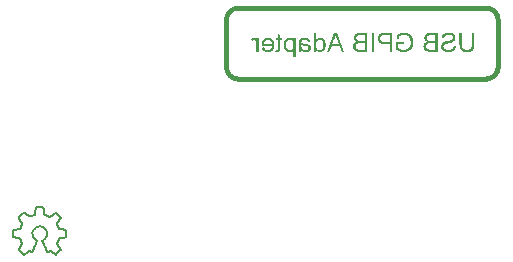
<source format=gbo>
G04*
G04 #@! TF.GenerationSoftware,Altium Limited,Altium Designer,25.8.1 (18)*
G04*
G04 Layer_Color=32896*
%FSLAX44Y44*%
%MOMM*%
G71*
G04*
G04 #@! TF.SameCoordinates,23F0502B-7B20-4CC9-97BB-DA64BA6573D7*
G04*
G04*
G04 #@! TF.FilePolarity,Positive*
G04*
G01*
G75*
%ADD10C,0.4000*%
%ADD11C,0.2000*%
G36*
X311768Y266903D02*
X312271Y266851D01*
X312722Y266782D01*
X312930Y266747D01*
X313104Y266713D01*
X313277Y266678D01*
X313433Y266643D01*
X313555Y266609D01*
X313659Y266574D01*
X313746Y266539D01*
X313815Y266522D01*
X313850Y266504D01*
X313867D01*
X314266Y266331D01*
X314613Y266140D01*
X314908Y265949D01*
X315151Y265758D01*
X315342Y265585D01*
X315481Y265446D01*
X315567Y265359D01*
X315602Y265342D01*
Y265325D01*
X315810Y265030D01*
X315984Y264700D01*
X316122Y264371D01*
X316244Y264058D01*
X316331Y263781D01*
X316365Y263659D01*
X316400Y263555D01*
X316417Y263468D01*
X316435Y263399D01*
X316452Y263364D01*
Y263347D01*
X314527Y263087D01*
X314457Y263312D01*
X314388Y263521D01*
X314249Y263867D01*
X314075Y264180D01*
X313919Y264405D01*
X313780Y264579D01*
X313659Y264718D01*
X313590Y264787D01*
X313555Y264804D01*
X313277Y264960D01*
X312948Y265082D01*
X312618Y265169D01*
X312289Y265238D01*
X311976Y265273D01*
X311855D01*
X311733Y265290D01*
X311508D01*
X310987Y265255D01*
X310536Y265186D01*
X310155Y265082D01*
X309842Y264960D01*
X309600Y264822D01*
X309513Y264770D01*
X309426Y264718D01*
X309357Y264683D01*
X309322Y264648D01*
X309287Y264613D01*
X309097Y264405D01*
X308958Y264145D01*
X308854Y263867D01*
X308784Y263590D01*
X308750Y263330D01*
X308715Y263122D01*
Y263052D01*
Y262983D01*
Y262948D01*
Y262931D01*
Y262879D01*
Y262809D01*
Y262636D01*
X308732Y262566D01*
Y262497D01*
Y262445D01*
Y262428D01*
X308958Y262358D01*
X309201Y262289D01*
X309478Y262220D01*
X309756Y262150D01*
X310328Y262029D01*
X310901Y261924D01*
X311178Y261890D01*
X311421Y261855D01*
X311647Y261821D01*
X311855Y261786D01*
X312011Y261768D01*
X312132Y261751D01*
X312202Y261734D01*
X312236D01*
X312653Y261682D01*
X313000Y261630D01*
X313312Y261578D01*
X313555Y261543D01*
X313746Y261491D01*
X313885Y261474D01*
X313954Y261439D01*
X313989D01*
X314266Y261352D01*
X314544Y261248D01*
X314787Y261144D01*
X314995Y261040D01*
X315168Y260953D01*
X315290Y260866D01*
X315376Y260814D01*
X315411Y260797D01*
X315637Y260623D01*
X315828Y260450D01*
X316001Y260259D01*
X316140Y260086D01*
X316261Y259912D01*
X316348Y259791D01*
X316400Y259704D01*
X316417Y259669D01*
X316539Y259392D01*
X316643Y259132D01*
X316712Y258871D01*
X316747Y258628D01*
X316782Y258420D01*
X316799Y258247D01*
Y258143D01*
Y258125D01*
Y258108D01*
X316782Y257848D01*
X316747Y257588D01*
X316712Y257345D01*
X316643Y257119D01*
X316469Y256703D01*
X316279Y256373D01*
X316192Y256217D01*
X316105Y256096D01*
X316018Y255974D01*
X315932Y255887D01*
X315862Y255818D01*
X315828Y255766D01*
X315793Y255731D01*
X315776Y255714D01*
X315567Y255558D01*
X315359Y255419D01*
X315116Y255280D01*
X314891Y255176D01*
X314405Y255020D01*
X313919Y254916D01*
X313711Y254864D01*
X313503Y254846D01*
X313312Y254829D01*
X313156Y254812D01*
X313034Y254794D01*
X312844D01*
X312410Y254812D01*
X312011Y254846D01*
X311647Y254916D01*
X311317Y254985D01*
X311057Y255055D01*
X310935Y255089D01*
X310849Y255124D01*
X310779Y255141D01*
X310727Y255159D01*
X310693Y255176D01*
X310675D01*
X310294Y255350D01*
X309912Y255540D01*
X309565Y255766D01*
X309235Y255991D01*
X308958Y256182D01*
X308854Y256286D01*
X308750Y256356D01*
X308663Y256425D01*
X308611Y256477D01*
X308576Y256495D01*
X308559Y256512D01*
X308524Y256200D01*
X308472Y255922D01*
X308403Y255679D01*
X308333Y255471D01*
X308281Y255298D01*
X308229Y255159D01*
X308194Y255089D01*
X308177Y255055D01*
X306130D01*
X306251Y255298D01*
X306355Y255558D01*
X306442Y255783D01*
X306512Y255991D01*
X306564Y256182D01*
X306598Y256321D01*
X306616Y256408D01*
Y256443D01*
X306633Y256599D01*
X306650Y256807D01*
X306668Y257032D01*
X306685Y257293D01*
X306702Y257570D01*
Y257865D01*
X306720Y258455D01*
Y258732D01*
X306737Y259010D01*
Y259253D01*
Y259478D01*
Y259652D01*
Y259791D01*
Y259877D01*
Y259912D01*
Y262532D01*
Y262775D01*
Y262983D01*
X306754Y263174D01*
Y263364D01*
X306772Y263677D01*
X306789Y263920D01*
X306807Y264110D01*
X306824Y264232D01*
X306841Y264319D01*
Y264336D01*
X306911Y264631D01*
X307015Y264891D01*
X307119Y265117D01*
X307223Y265307D01*
X307310Y265464D01*
X307396Y265585D01*
X307448Y265654D01*
X307466Y265672D01*
X307657Y265863D01*
X307865Y266036D01*
X308090Y266192D01*
X308316Y266314D01*
X308524Y266418D01*
X308680Y266487D01*
X308750Y266522D01*
X308802Y266539D01*
X308819Y266556D01*
X308836D01*
X309201Y266678D01*
X309600Y266765D01*
X309999Y266834D01*
X310380Y266869D01*
X310710Y266903D01*
X310866D01*
X310987Y266921D01*
X311230D01*
X311768Y266903D01*
D02*
G37*
G36*
X290933Y269523D02*
Y266661D01*
X292390D01*
Y265134D01*
X290933D01*
Y258438D01*
Y258125D01*
X290916Y257830D01*
Y257570D01*
X290898Y257327D01*
X290881Y257119D01*
X290863Y256928D01*
X290846Y256755D01*
X290812Y256616D01*
X290794Y256495D01*
X290777Y256390D01*
X290759Y256304D01*
X290742Y256234D01*
X290725Y256148D01*
X290707Y256113D01*
X290603Y255922D01*
X290482Y255749D01*
X290343Y255592D01*
X290204Y255471D01*
X290065Y255367D01*
X289961Y255298D01*
X289892Y255245D01*
X289875Y255228D01*
X289632Y255124D01*
X289372Y255037D01*
X289094Y254985D01*
X288816Y254933D01*
X288574Y254916D01*
X288383Y254898D01*
X288209D01*
X287689Y254933D01*
X287446Y254951D01*
X287220Y254985D01*
X287012Y255020D01*
X286856Y255037D01*
X286752Y255072D01*
X286717D01*
X286978Y256807D01*
X287168Y256789D01*
X287342Y256772D01*
X287498Y256755D01*
X287619D01*
X287724Y256737D01*
X288018D01*
X288157Y256755D01*
X288261Y256789D01*
X288365Y256807D01*
X288435Y256842D01*
X288487Y256859D01*
X288521Y256876D01*
X288539D01*
X288678Y256998D01*
X288782Y257119D01*
X288851Y257223D01*
X288869Y257241D01*
Y257258D01*
X288903Y257379D01*
X288920Y257535D01*
X288955Y257709D01*
Y257882D01*
X288973Y258056D01*
Y258195D01*
Y258299D01*
Y258316D01*
Y258333D01*
Y265134D01*
X286978D01*
Y266661D01*
X288973D01*
Y270703D01*
X290933Y269523D01*
D02*
G37*
G36*
X455082Y261821D02*
Y261352D01*
X455047Y260918D01*
X455029Y260502D01*
X454977Y260120D01*
X454943Y259756D01*
X454891Y259426D01*
X454839Y259132D01*
X454769Y258854D01*
X454717Y258611D01*
X454665Y258403D01*
X454613Y258212D01*
X454561Y258073D01*
X454526Y257952D01*
X454492Y257865D01*
X454474Y257813D01*
Y257796D01*
X454353Y257535D01*
X454214Y257275D01*
X453902Y256824D01*
X453572Y256443D01*
X453225Y256130D01*
X453069Y255991D01*
X452930Y255887D01*
X452792Y255783D01*
X452670Y255697D01*
X452583Y255644D01*
X452514Y255592D01*
X452462Y255575D01*
X452445Y255558D01*
X452167Y255419D01*
X451872Y255315D01*
X451265Y255124D01*
X450640Y254985D01*
X450051Y254899D01*
X449790Y254864D01*
X449530Y254829D01*
X449322Y254812D01*
X449131D01*
X448975Y254795D01*
X448750D01*
X448333Y254812D01*
X447934Y254829D01*
X447552Y254881D01*
X447188Y254933D01*
X446858Y255003D01*
X446546Y255072D01*
X446269Y255159D01*
X446026Y255245D01*
X445783Y255315D01*
X445592Y255402D01*
X445419Y255471D01*
X445280Y255540D01*
X445158Y255592D01*
X445089Y255644D01*
X445037Y255662D01*
X445020Y255679D01*
X444759Y255853D01*
X444516Y256026D01*
X444308Y256217D01*
X444100Y256408D01*
X443927Y256599D01*
X443753Y256807D01*
X443614Y256980D01*
X443493Y257171D01*
X443285Y257483D01*
X443215Y257622D01*
X443146Y257744D01*
X443094Y257848D01*
X443059Y257917D01*
X443042Y257969D01*
Y257987D01*
X442938Y258264D01*
X442851Y258559D01*
X442712Y259184D01*
X442626Y259825D01*
X442556Y260433D01*
X442539Y260728D01*
X442522Y260988D01*
X442504Y261213D01*
X442487Y261422D01*
Y261595D01*
Y261716D01*
Y261786D01*
Y261821D01*
Y271067D01*
X444603D01*
Y261821D01*
X444621Y261283D01*
X444638Y260780D01*
X444690Y260329D01*
X444759Y259912D01*
X444829Y259548D01*
X444916Y259218D01*
X445020Y258923D01*
X445106Y258663D01*
X445193Y258438D01*
X445297Y258247D01*
X445384Y258091D01*
X445453Y257969D01*
X445523Y257882D01*
X445557Y257813D01*
X445592Y257778D01*
X445610Y257761D01*
X445818Y257570D01*
X446043Y257414D01*
X446286Y257275D01*
X446546Y257154D01*
X446824Y257050D01*
X447101Y256963D01*
X447639Y256842D01*
X447899Y256789D01*
X448142Y256755D01*
X448368Y256737D01*
X448559Y256720D01*
X448715Y256703D01*
X448940D01*
X449426Y256720D01*
X449877Y256789D01*
X450276Y256876D01*
X450623Y256963D01*
X450762Y257015D01*
X450883Y257067D01*
X451005Y257102D01*
X451091Y257136D01*
X451161Y257171D01*
X451213Y257206D01*
X451248Y257223D01*
X451265D01*
X451595Y257449D01*
X451872Y257692D01*
X452098Y257934D01*
X452271Y258195D01*
X452410Y258403D01*
X452514Y258594D01*
X452549Y258663D01*
X452566Y258715D01*
X452583Y258732D01*
Y258750D01*
X452653Y258941D01*
X452705Y259166D01*
X452809Y259652D01*
X452878Y260155D01*
X452913Y260658D01*
X452930Y260884D01*
X452948Y261109D01*
Y261300D01*
X452965Y261474D01*
Y261630D01*
Y261734D01*
Y261803D01*
Y261821D01*
Y271067D01*
X455082D01*
Y261821D01*
D02*
G37*
G36*
X395872Y271327D02*
X396306Y271310D01*
X396722Y271258D01*
X397104Y271189D01*
X397486Y271119D01*
X397832Y271032D01*
X398162Y270946D01*
X398457Y270859D01*
X398717Y270755D01*
X398960Y270668D01*
X399168Y270581D01*
X399342Y270512D01*
X399481Y270443D01*
X399585Y270390D01*
X399654Y270373D01*
X399671Y270356D01*
X400001Y270165D01*
X400313Y269939D01*
X400608Y269714D01*
X400868Y269471D01*
X401129Y269211D01*
X401354Y268968D01*
X401562Y268725D01*
X401753Y268482D01*
X401909Y268239D01*
X402066Y268031D01*
X402187Y267840D01*
X402291Y267667D01*
X402360Y267528D01*
X402412Y267424D01*
X402447Y267355D01*
X402464Y267337D01*
X402638Y266956D01*
X402777Y266574D01*
X402916Y266192D01*
X403020Y265811D01*
X403193Y265082D01*
X403262Y264735D01*
X403315Y264405D01*
X403349Y264110D01*
X403384Y263833D01*
X403401Y263590D01*
X403419Y263382D01*
X403436Y263208D01*
Y263087D01*
Y263018D01*
Y262983D01*
X403419Y262549D01*
X403401Y262115D01*
X403349Y261716D01*
X403280Y261317D01*
X403210Y260953D01*
X403124Y260589D01*
X403037Y260259D01*
X402950Y259964D01*
X402864Y259687D01*
X402777Y259444D01*
X402690Y259236D01*
X402621Y259045D01*
X402551Y258906D01*
X402499Y258802D01*
X402482Y258732D01*
X402464Y258715D01*
X402274Y258368D01*
X402048Y258039D01*
X401823Y257744D01*
X401597Y257449D01*
X401354Y257188D01*
X401111Y256963D01*
X400868Y256737D01*
X400643Y256547D01*
X400417Y256373D01*
X400209Y256217D01*
X400018Y256096D01*
X399862Y255991D01*
X399741Y255905D01*
X399637Y255853D01*
X399567Y255818D01*
X399550Y255801D01*
X399186Y255627D01*
X398804Y255471D01*
X398440Y255332D01*
X398075Y255228D01*
X397694Y255124D01*
X397347Y255037D01*
X397000Y254968D01*
X396688Y254916D01*
X396393Y254881D01*
X396115Y254846D01*
X395872Y254829D01*
X395664Y254812D01*
X395490Y254795D01*
X395265D01*
X394623Y254829D01*
X393999Y254899D01*
X393426Y254985D01*
X393166Y255055D01*
X392906Y255107D01*
X392680Y255159D01*
X392489Y255228D01*
X392299Y255280D01*
X392160Y255315D01*
X392021Y255367D01*
X391934Y255384D01*
X391882Y255419D01*
X391865D01*
X391240Y255679D01*
X390650Y255974D01*
X390113Y256286D01*
X389852Y256443D01*
X389627Y256581D01*
X389419Y256720D01*
X389228Y256859D01*
X389054Y256963D01*
X388916Y257067D01*
X388794Y257154D01*
X388707Y257223D01*
X388655Y257258D01*
X388638Y257275D01*
Y263226D01*
X395421D01*
Y261335D01*
X390720D01*
Y258333D01*
X390997Y258108D01*
X391310Y257917D01*
X391639Y257726D01*
X391969Y257553D01*
X392264Y257414D01*
X392385Y257345D01*
X392489Y257293D01*
X392593Y257258D01*
X392663Y257223D01*
X392697Y257206D01*
X392715D01*
X393201Y257032D01*
X393686Y256911D01*
X394137Y256807D01*
X394536Y256755D01*
X394727Y256737D01*
X394883Y256720D01*
X395022Y256703D01*
X395144D01*
X395248Y256685D01*
X395386D01*
X395976Y256720D01*
X396531Y256789D01*
X397034Y256911D01*
X397277Y256963D01*
X397486Y257032D01*
X397676Y257102D01*
X397850Y257154D01*
X398006Y257223D01*
X398145Y257275D01*
X398249Y257310D01*
X398318Y257345D01*
X398370Y257379D01*
X398388D01*
X398648Y257518D01*
X398891Y257674D01*
X399307Y258004D01*
X399671Y258368D01*
X399984Y258715D01*
X400209Y259027D01*
X400313Y259166D01*
X400383Y259270D01*
X400452Y259374D01*
X400487Y259444D01*
X400504Y259496D01*
X400522Y259513D01*
X400764Y260086D01*
X400938Y260693D01*
X401077Y261283D01*
X401163Y261855D01*
X401181Y262115D01*
X401215Y262358D01*
X401233Y262567D01*
Y262757D01*
X401250Y262896D01*
Y263018D01*
Y263087D01*
Y263104D01*
X401215Y263746D01*
X401146Y264353D01*
X401059Y264891D01*
X401007Y265151D01*
X400938Y265377D01*
X400886Y265585D01*
X400834Y265776D01*
X400782Y265932D01*
X400730Y266071D01*
X400695Y266192D01*
X400660Y266262D01*
X400643Y266314D01*
Y266331D01*
X400504Y266643D01*
X400348Y266938D01*
X400174Y267216D01*
X400018Y267441D01*
X399880Y267632D01*
X399758Y267788D01*
X399689Y267875D01*
X399654Y267910D01*
X399394Y268170D01*
X399099Y268396D01*
X398821Y268604D01*
X398544Y268777D01*
X398301Y268916D01*
X398110Y269003D01*
X398041Y269037D01*
X397989Y269072D01*
X397954Y269089D01*
X397937D01*
X397520Y269245D01*
X397104Y269350D01*
X396670Y269436D01*
X396288Y269488D01*
X396098Y269506D01*
X395942Y269523D01*
X395785D01*
X395664Y269540D01*
X395421D01*
X394987Y269523D01*
X394571Y269471D01*
X394207Y269402D01*
X393877Y269332D01*
X393617Y269245D01*
X393495Y269211D01*
X393409Y269176D01*
X393339Y269141D01*
X393287Y269124D01*
X393253Y269107D01*
X393235D01*
X392888Y268933D01*
X392576Y268760D01*
X392316Y268569D01*
X392090Y268396D01*
X391934Y268222D01*
X391813Y268100D01*
X391726Y268014D01*
X391709Y267979D01*
X391518Y267701D01*
X391344Y267389D01*
X391188Y267077D01*
X391049Y266765D01*
X390945Y266487D01*
X390911Y266366D01*
X390876Y266279D01*
X390841Y266192D01*
X390824Y266123D01*
X390807Y266088D01*
Y266071D01*
X388881Y266591D01*
X389054Y267164D01*
X389245Y267684D01*
X389349Y267910D01*
X389453Y268135D01*
X389540Y268326D01*
X389644Y268500D01*
X389731Y268673D01*
X389818Y268812D01*
X389904Y268933D01*
X389956Y269037D01*
X390026Y269107D01*
X390061Y269159D01*
X390078Y269193D01*
X390095Y269211D01*
X390425Y269575D01*
X390772Y269887D01*
X391136Y270148D01*
X391500Y270373D01*
X391813Y270547D01*
X391951Y270616D01*
X392073Y270668D01*
X392160Y270720D01*
X392229Y270755D01*
X392281Y270772D01*
X392299D01*
X392836Y270963D01*
X393374Y271102D01*
X393912Y271206D01*
X394398Y271275D01*
X394623Y271293D01*
X394814Y271310D01*
X394987Y271327D01*
X395144Y271345D01*
X395438D01*
X395872Y271327D01*
D02*
G37*
G36*
X280732Y266903D02*
X281166Y266851D01*
X281548Y266765D01*
X281929Y266661D01*
X282276Y266539D01*
X282606Y266400D01*
X282901Y266262D01*
X283161Y266105D01*
X283404Y265949D01*
X283612Y265811D01*
X283803Y265672D01*
X283942Y265550D01*
X284063Y265446D01*
X284150Y265359D01*
X284202Y265307D01*
X284219Y265290D01*
X284479Y264978D01*
X284705Y264631D01*
X284913Y264267D01*
X285087Y263902D01*
X285225Y263521D01*
X285347Y263139D01*
X285451Y262775D01*
X285520Y262410D01*
X285590Y262081D01*
X285624Y261751D01*
X285659Y261474D01*
X285694Y261231D01*
Y261022D01*
X285711Y260866D01*
Y260780D01*
Y260745D01*
X285694Y260224D01*
X285642Y259739D01*
X285572Y259288D01*
X285486Y258871D01*
X285364Y258472D01*
X285243Y258108D01*
X285104Y257778D01*
X284965Y257483D01*
X284844Y257223D01*
X284705Y256998D01*
X284583Y256807D01*
X284462Y256651D01*
X284375Y256512D01*
X284306Y256425D01*
X284254Y256373D01*
X284237Y256356D01*
X283942Y256078D01*
X283629Y255835D01*
X283317Y255627D01*
X282970Y255454D01*
X282640Y255298D01*
X282293Y255176D01*
X281964Y255072D01*
X281652Y254985D01*
X281357Y254933D01*
X281079Y254881D01*
X280836Y254846D01*
X280611Y254812D01*
X280437D01*
X280299Y254794D01*
X280194D01*
X279830Y254812D01*
X279466Y254829D01*
X279136Y254881D01*
X278824Y254951D01*
X278529Y255020D01*
X278269Y255107D01*
X278008Y255193D01*
X277783Y255280D01*
X277575Y255367D01*
X277401Y255454D01*
X277245Y255540D01*
X277106Y255610D01*
X277020Y255679D01*
X276933Y255731D01*
X276898Y255749D01*
X276881Y255766D01*
X276638Y255957D01*
X276430Y256165D01*
X276239Y256390D01*
X276048Y256616D01*
X275736Y257084D01*
X275493Y257518D01*
X275406Y257726D01*
X275319Y257917D01*
X275250Y258091D01*
X275198Y258247D01*
X275146Y258368D01*
X275111Y258455D01*
X275094Y258524D01*
Y258542D01*
X277141Y258802D01*
X277315Y258368D01*
X277523Y257987D01*
X277731Y257657D01*
X277922Y257414D01*
X278095Y257206D01*
X278234Y257067D01*
X278321Y256998D01*
X278338Y256963D01*
X278356D01*
X278650Y256772D01*
X278963Y256651D01*
X279275Y256547D01*
X279552Y256477D01*
X279813Y256443D01*
X280021Y256425D01*
X280090Y256408D01*
X280194D01*
X280455Y256425D01*
X280715Y256460D01*
X280958Y256495D01*
X281183Y256564D01*
X281600Y256720D01*
X281947Y256911D01*
X282103Y256998D01*
X282241Y257102D01*
X282346Y257188D01*
X282450Y257258D01*
X282519Y257327D01*
X282571Y257379D01*
X282606Y257397D01*
X282623Y257414D01*
X282797Y257622D01*
X282953Y257830D01*
X283074Y258073D01*
X283196Y258299D01*
X283386Y258802D01*
X283525Y259270D01*
X283577Y259496D01*
X283612Y259704D01*
X283647Y259877D01*
X283664Y260051D01*
X283681Y260172D01*
X283699Y260277D01*
Y260346D01*
Y260363D01*
X275042D01*
X275025Y260589D01*
Y260762D01*
Y260849D01*
Y260884D01*
X275042Y261404D01*
X275094Y261890D01*
X275163Y262358D01*
X275250Y262792D01*
X275372Y263191D01*
X275493Y263555D01*
X275632Y263885D01*
X275753Y264180D01*
X275892Y264440D01*
X276031Y264683D01*
X276152Y264874D01*
X276274Y265030D01*
X276360Y265169D01*
X276430Y265255D01*
X276482Y265307D01*
X276499Y265325D01*
X276777Y265602D01*
X277089Y265845D01*
X277401Y266071D01*
X277714Y266244D01*
X278026Y266400D01*
X278356Y266539D01*
X278650Y266643D01*
X278945Y266730D01*
X279223Y266782D01*
X279483Y266834D01*
X279709Y266869D01*
X279917Y266903D01*
X280073D01*
X280194Y266921D01*
X280299D01*
X280732Y266903D01*
D02*
G37*
G36*
X424132Y255055D02*
X418043D01*
X417488Y255072D01*
X416985Y255089D01*
X416551Y255141D01*
X416343Y255159D01*
X416170Y255194D01*
X416013Y255211D01*
X415875Y255228D01*
X415753Y255263D01*
X415649Y255280D01*
X415562Y255298D01*
X415510D01*
X415476Y255315D01*
X415458D01*
X415077Y255419D01*
X414730Y255540D01*
X414435Y255679D01*
X414192Y255801D01*
X413984Y255922D01*
X413828Y256009D01*
X413741Y256078D01*
X413706Y256096D01*
X413446Y256321D01*
X413220Y256564D01*
X413012Y256807D01*
X412856Y257050D01*
X412717Y257258D01*
X412613Y257431D01*
X412579Y257501D01*
X412544Y257553D01*
X412527Y257570D01*
Y257588D01*
X412370Y257952D01*
X412249Y258333D01*
X412162Y258680D01*
X412093Y259010D01*
X412058Y259288D01*
Y259392D01*
X412041Y259496D01*
Y259583D01*
Y259635D01*
Y259669D01*
Y259687D01*
Y259947D01*
X412075Y260190D01*
X412162Y260658D01*
X412301Y261075D01*
X412440Y261422D01*
X412509Y261578D01*
X412579Y261716D01*
X412648Y261838D01*
X412717Y261942D01*
X412769Y262011D01*
X412804Y262063D01*
X412821Y262098D01*
X412839Y262115D01*
X413151Y262480D01*
X413515Y262775D01*
X413880Y263035D01*
X414244Y263226D01*
X414556Y263382D01*
X414695Y263434D01*
X414816Y263486D01*
X414921Y263521D01*
X414990Y263555D01*
X415042Y263573D01*
X415059D01*
X414660Y263798D01*
X414331Y264041D01*
X414036Y264284D01*
X413810Y264510D01*
X413619Y264718D01*
X413498Y264874D01*
X413446Y264943D01*
X413411Y264995D01*
X413394Y265013D01*
Y265030D01*
X413203Y265377D01*
X413064Y265707D01*
X412960Y266036D01*
X412891Y266331D01*
X412856Y266591D01*
X412821Y266782D01*
Y266852D01*
Y266903D01*
Y266938D01*
Y266956D01*
X412856Y267372D01*
X412925Y267754D01*
X413030Y268118D01*
X413134Y268430D01*
X413255Y268690D01*
X413307Y268812D01*
X413359Y268899D01*
X413411Y268968D01*
X413429Y269020D01*
X413463Y269055D01*
Y269072D01*
X413723Y269419D01*
X414001Y269731D01*
X414279Y269991D01*
X414556Y270200D01*
X414816Y270356D01*
X415007Y270477D01*
X415094Y270512D01*
X415146Y270547D01*
X415181Y270564D01*
X415198D01*
X415649Y270737D01*
X416118Y270859D01*
X416621Y270946D01*
X417072Y270998D01*
X417297Y271032D01*
X417488Y271050D01*
X417679D01*
X417835Y271067D01*
X424132D01*
Y255055D01*
D02*
G37*
G36*
X385515D02*
X383399D01*
Y261560D01*
X379305Y261560D01*
X378680Y261578D01*
X378125Y261630D01*
X377604Y261699D01*
X377119Y261786D01*
X376702Y261890D01*
X376303Y262011D01*
X375974Y262133D01*
X375662Y262271D01*
X375401Y262393D01*
X375176Y262514D01*
X374985Y262636D01*
X374846Y262740D01*
X374725Y262844D01*
X374655Y262913D01*
X374603Y262948D01*
X374586Y262965D01*
X374360Y263243D01*
X374152Y263521D01*
X373979Y263815D01*
X373840Y264110D01*
X373701Y264405D01*
X373597Y264683D01*
X373510Y264960D01*
X373441Y265221D01*
X373389Y265481D01*
X373354Y265707D01*
X373320Y265897D01*
X373302Y266071D01*
X373285Y266227D01*
Y266331D01*
Y266400D01*
Y266418D01*
X373302Y266851D01*
X373354Y267268D01*
X373441Y267632D01*
X373528Y267962D01*
X373632Y268222D01*
X373666Y268343D01*
X373701Y268430D01*
X373736Y268500D01*
X373771Y268552D01*
X373788Y268586D01*
Y268604D01*
X373979Y268968D01*
X374187Y269263D01*
X374412Y269540D01*
X374603Y269749D01*
X374794Y269922D01*
X374933Y270044D01*
X375037Y270130D01*
X375054Y270148D01*
X375072D01*
X375384Y270338D01*
X375714Y270495D01*
X376043Y270633D01*
X376356Y270737D01*
X376633Y270824D01*
X376754Y270842D01*
X376859Y270876D01*
X376928Y270894D01*
X376997D01*
X377032Y270911D01*
X377049D01*
X377206Y270946D01*
X377396Y270963D01*
X377778Y270998D01*
X378177Y271032D01*
X378576Y271050D01*
X378923Y271067D01*
X385515Y271067D01*
Y255055D01*
D02*
G37*
G36*
X370232Y255055D02*
X368115D01*
Y271067D01*
X370232D01*
Y255055D01*
D02*
G37*
G36*
X364472D02*
X358383D01*
X357828Y255072D01*
X357324Y255089D01*
X356891Y255141D01*
X356683Y255159D01*
X356509Y255193D01*
X356353Y255211D01*
X356214Y255228D01*
X356093Y255263D01*
X355989Y255280D01*
X355902Y255298D01*
X355850D01*
X355815Y255315D01*
X355798D01*
X355416Y255419D01*
X355069Y255540D01*
X354774Y255679D01*
X354531Y255801D01*
X354323Y255922D01*
X354167Y256009D01*
X354080Y256078D01*
X354046Y256096D01*
X353785Y256321D01*
X353560Y256564D01*
X353352Y256807D01*
X353196Y257050D01*
X353057Y257258D01*
X352953Y257431D01*
X352918Y257501D01*
X352883Y257553D01*
X352866Y257570D01*
Y257588D01*
X352710Y257952D01*
X352588Y258333D01*
X352502Y258680D01*
X352432Y259010D01*
X352398Y259288D01*
Y259392D01*
X352380Y259496D01*
Y259583D01*
Y259635D01*
Y259669D01*
Y259687D01*
Y259947D01*
X352415Y260190D01*
X352502Y260658D01*
X352640Y261075D01*
X352779Y261421D01*
X352849Y261578D01*
X352918Y261716D01*
X352987Y261838D01*
X353057Y261942D01*
X353109Y262011D01*
X353144Y262063D01*
X353161Y262098D01*
X353178Y262115D01*
X353490Y262480D01*
X353855Y262775D01*
X354219Y263035D01*
X354584Y263226D01*
X354896Y263382D01*
X355034Y263434D01*
X355156Y263486D01*
X355260Y263521D01*
X355329Y263555D01*
X355382Y263573D01*
X355399D01*
X355000Y263798D01*
X354670Y264041D01*
X354375Y264284D01*
X354150Y264509D01*
X353959Y264718D01*
X353838Y264874D01*
X353785Y264943D01*
X353751Y264995D01*
X353733Y265012D01*
Y265030D01*
X353543Y265377D01*
X353404Y265707D01*
X353300Y266036D01*
X353230Y266331D01*
X353196Y266591D01*
X353161Y266782D01*
Y266851D01*
Y266903D01*
Y266938D01*
Y266956D01*
X353196Y267372D01*
X353265Y267754D01*
X353369Y268118D01*
X353473Y268430D01*
X353595Y268690D01*
X353647Y268812D01*
X353699Y268899D01*
X353751Y268968D01*
X353768Y269020D01*
X353803Y269055D01*
Y269072D01*
X354063Y269419D01*
X354341Y269731D01*
X354618Y269991D01*
X354896Y270200D01*
X355156Y270356D01*
X355347Y270477D01*
X355434Y270512D01*
X355486Y270547D01*
X355520Y270564D01*
X355538D01*
X355989Y270737D01*
X356457Y270859D01*
X356960Y270946D01*
X357411Y270998D01*
X357637Y271032D01*
X357828Y271050D01*
X358018D01*
X358175Y271067D01*
X364472D01*
Y255055D01*
D02*
G37*
G36*
X344990D02*
X342752D01*
X341017Y259895D01*
X334286D01*
X332430Y255055D01*
X330018D01*
X336576Y271067D01*
X338866D01*
X344990Y255055D01*
D02*
G37*
G36*
X268606Y266903D02*
X268849Y266851D01*
X269057Y266799D01*
X269248Y266730D01*
X269387Y266643D01*
X269508Y266591D01*
X269577Y266539D01*
X269612Y266522D01*
X269716Y266435D01*
X269837Y266331D01*
X270046Y266105D01*
X270254Y265828D01*
X270445Y265550D01*
X270618Y265307D01*
X270740Y265082D01*
X270792Y265012D01*
X270826Y264943D01*
X270861Y264908D01*
Y266661D01*
X272631D01*
Y255055D01*
X270670D01*
Y261126D01*
X270653Y261578D01*
X270618Y262011D01*
X270566Y262393D01*
X270514Y262740D01*
X270462Y263018D01*
X270427Y263139D01*
X270410Y263243D01*
X270393Y263312D01*
X270375Y263364D01*
X270358Y263399D01*
Y263417D01*
X270254Y263659D01*
X270150Y263885D01*
X270028Y264058D01*
X269907Y264214D01*
X269803Y264336D01*
X269716Y264423D01*
X269647Y264475D01*
X269629Y264492D01*
X269421Y264631D01*
X269230Y264718D01*
X269039Y264787D01*
X268849Y264839D01*
X268692Y264874D01*
X268571Y264891D01*
X268467D01*
X268189Y264874D01*
X267929Y264822D01*
X267686Y264752D01*
X267478Y264683D01*
X267287Y264596D01*
X267148Y264527D01*
X267062Y264475D01*
X267027Y264457D01*
X266333Y266279D01*
X266715Y266487D01*
X267097Y266643D01*
X267426Y266765D01*
X267738Y266834D01*
X267999Y266886D01*
X268103Y266903D01*
X268189D01*
X268259Y266921D01*
X268363D01*
X268606Y266903D01*
D02*
G37*
G36*
X434021Y271327D02*
X434576Y271258D01*
X435062Y271171D01*
X435287Y271119D01*
X435495Y271067D01*
X435686Y271015D01*
X435860Y270963D01*
X436016Y270911D01*
X436137Y270876D01*
X436224Y270842D01*
X436311Y270807D01*
X436345Y270790D01*
X436363D01*
X436831Y270564D01*
X437230Y270304D01*
X437577Y270044D01*
X437855Y269783D01*
X438080Y269540D01*
X438254Y269350D01*
X438306Y269280D01*
X438341Y269228D01*
X438375Y269193D01*
Y269176D01*
X438601Y268777D01*
X438774Y268378D01*
X438878Y268014D01*
X438965Y267667D01*
X439017Y267355D01*
X439035Y267233D01*
Y267129D01*
X439052Y267042D01*
Y266973D01*
Y266938D01*
Y266921D01*
X439035Y266522D01*
X438965Y266140D01*
X438878Y265793D01*
X438774Y265498D01*
X438670Y265255D01*
X438583Y265065D01*
X438549Y264995D01*
X438514Y264943D01*
X438497Y264926D01*
Y264909D01*
X438271Y264596D01*
X437994Y264301D01*
X437716Y264058D01*
X437421Y263833D01*
X437178Y263659D01*
X436970Y263538D01*
X436883Y263503D01*
X436831Y263469D01*
X436797Y263434D01*
X436779D01*
X436606Y263347D01*
X436398Y263260D01*
X436172Y263174D01*
X435929Y263087D01*
X435426Y262913D01*
X434906Y262757D01*
X434663Y262688D01*
X434455Y262619D01*
X434246Y262567D01*
X434056Y262514D01*
X433917Y262480D01*
X433795Y262445D01*
X433726Y262428D01*
X433709D01*
X433310Y262341D01*
X432945Y262237D01*
X432633Y262167D01*
X432338Y262081D01*
X432078Y262011D01*
X431835Y261959D01*
X431644Y261890D01*
X431453Y261838D01*
X431315Y261803D01*
X431176Y261751D01*
X431072Y261716D01*
X431002Y261699D01*
X430933Y261682D01*
X430898Y261664D01*
X430863Y261647D01*
X430517Y261491D01*
X430222Y261335D01*
X429961Y261179D01*
X429771Y261040D01*
X429614Y260901D01*
X429510Y260797D01*
X429441Y260728D01*
X429424Y260710D01*
X429268Y260502D01*
X429163Y260277D01*
X429077Y260051D01*
X429025Y259843D01*
X428990Y259669D01*
X428973Y259513D01*
Y259426D01*
Y259409D01*
Y259392D01*
X428990Y259132D01*
X429042Y258871D01*
X429129Y258646D01*
X429198Y258438D01*
X429285Y258264D01*
X429372Y258125D01*
X429424Y258056D01*
X429441Y258021D01*
X429632Y257796D01*
X429840Y257605D01*
X430083Y257431D01*
X430308Y257293D01*
X430517Y257188D01*
X430673Y257102D01*
X430742Y257067D01*
X430794Y257050D01*
X430812Y257032D01*
X430829D01*
X431176Y256911D01*
X431540Y256824D01*
X431904Y256772D01*
X432234Y256737D01*
X432512Y256703D01*
X432633D01*
X432737Y256685D01*
X432945D01*
X433448Y256703D01*
X433899Y256755D01*
X434333Y256842D01*
X434697Y256928D01*
X434854Y256963D01*
X434992Y256998D01*
X435114Y257050D01*
X435218Y257084D01*
X435305Y257119D01*
X435357Y257136D01*
X435391Y257154D01*
X435409D01*
X435790Y257345D01*
X436120Y257553D01*
X436398Y257744D01*
X436623Y257952D01*
X436797Y258125D01*
X436918Y258264D01*
X437005Y258351D01*
X437022Y258386D01*
X437196Y258698D01*
X437334Y259027D01*
X437439Y259357D01*
X437525Y259669D01*
X437595Y259964D01*
X437612Y260068D01*
X437629Y260172D01*
X437647Y260259D01*
X437664Y260329D01*
Y260363D01*
Y260381D01*
X439659Y260207D01*
X439642Y259912D01*
X439607Y259617D01*
X439503Y259079D01*
X439364Y258576D01*
X439295Y258351D01*
X439208Y258160D01*
X439139Y257969D01*
X439052Y257796D01*
X438983Y257657D01*
X438913Y257535D01*
X438861Y257431D01*
X438826Y257362D01*
X438809Y257327D01*
X438792Y257310D01*
X438462Y256859D01*
X438080Y256477D01*
X437699Y256148D01*
X437334Y255887D01*
X437005Y255679D01*
X436866Y255610D01*
X436744Y255540D01*
X436641Y255488D01*
X436571Y255454D01*
X436519Y255419D01*
X436502D01*
X435912Y255211D01*
X435305Y255055D01*
X434697Y254951D01*
X434125Y254881D01*
X433847Y254846D01*
X433605Y254829D01*
X433396Y254812D01*
X433205D01*
X433049Y254795D01*
X432841D01*
X432217Y254829D01*
X431644Y254899D01*
X431124Y254985D01*
X430881Y255055D01*
X430673Y255107D01*
X430465Y255159D01*
X430291Y255228D01*
X430135Y255280D01*
X430013Y255315D01*
X429909Y255367D01*
X429840Y255384D01*
X429788Y255419D01*
X429771D01*
X429285Y255679D01*
X428868Y255957D01*
X428504Y256252D01*
X428209Y256529D01*
X427966Y256789D01*
X427810Y256980D01*
X427741Y257067D01*
X427706Y257119D01*
X427671Y257154D01*
Y257171D01*
X427533Y257379D01*
X427429Y257605D01*
X427238Y258021D01*
X427099Y258420D01*
X427012Y258785D01*
X426960Y259114D01*
X426943Y259236D01*
Y259357D01*
X426926Y259444D01*
Y259513D01*
Y259548D01*
Y259565D01*
X426960Y260034D01*
X427029Y260467D01*
X427134Y260849D01*
X427255Y261179D01*
X427394Y261456D01*
X427446Y261578D01*
X427498Y261664D01*
X427533Y261734D01*
X427567Y261786D01*
X427602Y261821D01*
Y261838D01*
X427741Y262011D01*
X427880Y262185D01*
X428209Y262514D01*
X428539Y262792D01*
X428886Y263018D01*
X429181Y263208D01*
X429319Y263295D01*
X429441Y263347D01*
X429528Y263399D01*
X429597Y263434D01*
X429649Y263469D01*
X429666D01*
X429857Y263555D01*
X430100Y263642D01*
X430343Y263729D01*
X430621Y263815D01*
X431211Y263972D01*
X431800Y264128D01*
X432078Y264214D01*
X432338Y264267D01*
X432581Y264336D01*
X432789Y264371D01*
X432963Y264423D01*
X433084Y264457D01*
X433171Y264475D01*
X433205D01*
X433674Y264579D01*
X434090Y264700D01*
X434455Y264804D01*
X434801Y264909D01*
X435097Y265013D01*
X435357Y265099D01*
X435582Y265186D01*
X435773Y265273D01*
X435929Y265359D01*
X436068Y265429D01*
X436172Y265481D01*
X436259Y265533D01*
X436328Y265585D01*
X436363Y265620D01*
X436398Y265637D01*
X436606Y265863D01*
X436744Y266088D01*
X436849Y266331D01*
X436935Y266556D01*
X436970Y266747D01*
X436987Y266903D01*
X437005Y267008D01*
Y267025D01*
Y267042D01*
X436987Y267233D01*
X436970Y267407D01*
X436866Y267719D01*
X436727Y268014D01*
X436571Y268257D01*
X436415Y268465D01*
X436276Y268621D01*
X436172Y268708D01*
X436155Y268742D01*
X436137D01*
X435964Y268864D01*
X435756Y268985D01*
X435322Y269159D01*
X434871Y269280D01*
X434403Y269367D01*
X434194Y269402D01*
X433986Y269419D01*
X433813Y269436D01*
X433657D01*
X433518Y269454D01*
X433015D01*
X432702Y269419D01*
X432407Y269384D01*
X432130Y269332D01*
X431887Y269280D01*
X431661Y269211D01*
X431453Y269141D01*
X431263Y269072D01*
X431106Y268985D01*
X430968Y268916D01*
X430846Y268846D01*
X430742Y268794D01*
X430673Y268742D01*
X430603Y268708D01*
X430586Y268690D01*
X430569Y268673D01*
X430395Y268517D01*
X430239Y268361D01*
X429996Y267996D01*
X429788Y267615D01*
X429649Y267250D01*
X429545Y266921D01*
X429510Y266782D01*
X429476Y266643D01*
X429458Y266539D01*
Y266470D01*
X429441Y266418D01*
Y266400D01*
X427411Y266556D01*
X427463Y267077D01*
X427567Y267545D01*
X427689Y267979D01*
X427828Y268343D01*
X427914Y268500D01*
X427966Y268656D01*
X428036Y268777D01*
X428088Y268881D01*
X428140Y268968D01*
X428175Y269020D01*
X428192Y269055D01*
X428209Y269072D01*
X428504Y269471D01*
X428834Y269801D01*
X429181Y270096D01*
X429528Y270338D01*
X429823Y270512D01*
X429961Y270581D01*
X430065Y270651D01*
X430152Y270703D01*
X430239Y270720D01*
X430274Y270755D01*
X430291D01*
X430812Y270946D01*
X431349Y271102D01*
X431887Y271206D01*
X432373Y271275D01*
X432598Y271293D01*
X432789Y271310D01*
X432980Y271327D01*
X433136Y271345D01*
X433431D01*
X434021Y271327D01*
D02*
G37*
G36*
X321205Y265307D02*
X321414Y265568D01*
X321639Y265793D01*
X321865Y265984D01*
X322073Y266157D01*
X322264Y266296D01*
X322403Y266383D01*
X322507Y266452D01*
X322524Y266470D01*
X322541D01*
X322854Y266626D01*
X323183Y266730D01*
X323495Y266817D01*
X323790Y266869D01*
X324033Y266903D01*
X324241Y266921D01*
X324675D01*
X324935Y266886D01*
X325421Y266799D01*
X325855Y266678D01*
X326236Y266539D01*
X326410Y266470D01*
X326549Y266400D01*
X326688Y266331D01*
X326792Y266279D01*
X326878Y266227D01*
X326948Y266192D01*
X326982Y266175D01*
X327000Y266157D01*
X327416Y265845D01*
X327763Y265498D01*
X328058Y265151D01*
X328301Y264787D01*
X328492Y264475D01*
X328561Y264336D01*
X328631Y264232D01*
X328665Y264128D01*
X328700Y264058D01*
X328735Y264006D01*
Y263989D01*
X328926Y263451D01*
X329064Y262896D01*
X329168Y262376D01*
X329238Y261890D01*
X329255Y261664D01*
X329272Y261456D01*
X329290Y261283D01*
Y261126D01*
X329307Y261005D01*
Y260918D01*
Y260849D01*
Y260832D01*
X329272Y260190D01*
X329203Y259600D01*
X329168Y259322D01*
X329116Y259062D01*
X329047Y258819D01*
X328995Y258594D01*
X328943Y258403D01*
X328873Y258212D01*
X328821Y258056D01*
X328787Y257934D01*
X328735Y257830D01*
X328717Y257761D01*
X328683Y257709D01*
Y257692D01*
X328422Y257206D01*
X328128Y256772D01*
X327832Y256408D01*
X327538Y256113D01*
X327277Y255870D01*
X327173Y255783D01*
X327069Y255697D01*
X326982Y255644D01*
X326930Y255592D01*
X326896Y255575D01*
X326878Y255558D01*
X326653Y255419D01*
X326427Y255315D01*
X325994Y255124D01*
X325560Y254985D01*
X325161Y254898D01*
X324987Y254864D01*
X324831Y254829D01*
X324692Y254812D01*
X324571D01*
X324467Y254794D01*
X324328D01*
X323929Y254812D01*
X323565Y254864D01*
X323235Y254951D01*
X322906Y255072D01*
X322611Y255193D01*
X322351Y255332D01*
X322108Y255488D01*
X321882Y255662D01*
X321691Y255818D01*
X321535Y255974D01*
X321396Y256113D01*
X321275Y256252D01*
X321188Y256356D01*
X321119Y256443D01*
X321084Y256495D01*
X321067Y256512D01*
Y255055D01*
X319245D01*
Y271067D01*
X321205D01*
Y265307D01*
D02*
G37*
G36*
X298965Y266903D02*
X299347Y266851D01*
X299676Y266782D01*
X299954Y266695D01*
X300180Y266609D01*
X300353Y266539D01*
X300457Y266487D01*
X300474Y266470D01*
X300492D01*
X300787Y266279D01*
X301047Y266071D01*
X301290Y265845D01*
X301498Y265637D01*
X301672Y265446D01*
X301810Y265273D01*
X301880Y265169D01*
X301914Y265151D01*
Y266661D01*
X303701D01*
Y250613D01*
X301741D01*
Y256252D01*
X301550Y256026D01*
X301342Y255818D01*
X301134Y255627D01*
X300926Y255488D01*
X300752Y255367D01*
X300596Y255263D01*
X300509Y255211D01*
X300474Y255193D01*
X300180Y255055D01*
X299867Y254968D01*
X299572Y254898D01*
X299295Y254846D01*
X299052Y254812D01*
X298878Y254794D01*
X298705D01*
X298445Y254812D01*
X298202Y254829D01*
X297733Y254916D01*
X297300Y255037D01*
X296918Y255176D01*
X296745Y255245D01*
X296588Y255298D01*
X296467Y255367D01*
X296346Y255419D01*
X296259Y255471D01*
X296189Y255506D01*
X296155Y255540D01*
X296137D01*
X295704Y255853D01*
X295339Y256200D01*
X295010Y256564D01*
X294750Y256928D01*
X294541Y257241D01*
X294472Y257379D01*
X294403Y257501D01*
X294350Y257588D01*
X294316Y257657D01*
X294281Y257709D01*
Y257726D01*
X294073Y258281D01*
X293917Y258837D01*
X293795Y259374D01*
X293726Y259860D01*
X293691Y260086D01*
X293674Y260294D01*
X293657Y260485D01*
Y260641D01*
X293639Y260762D01*
Y260849D01*
Y260918D01*
Y260936D01*
X293657Y261543D01*
X293726Y262115D01*
X293830Y262636D01*
X293882Y262861D01*
X293934Y263087D01*
X293986Y263278D01*
X294038Y263468D01*
X294090Y263625D01*
X294142Y263746D01*
X294177Y263850D01*
X294212Y263920D01*
X294229Y263972D01*
Y263989D01*
X294472Y264475D01*
X294732Y264908D01*
X295027Y265273D01*
X295305Y265585D01*
X295548Y265828D01*
X295756Y266001D01*
X295842Y266053D01*
X295895Y266105D01*
X295929Y266140D01*
X295947D01*
X296155Y266279D01*
X296380Y266400D01*
X296831Y266591D01*
X297265Y266730D01*
X297681Y266817D01*
X297872Y266851D01*
X298028Y266886D01*
X298185Y266903D01*
X298323D01*
X298427Y266921D01*
X298566D01*
X298965Y266903D01*
D02*
G37*
%LPC*%
G36*
X308732Y260884D02*
X308715D01*
X308732Y260155D01*
X308750Y259704D01*
X308784Y259305D01*
X308836Y258958D01*
X308888Y258680D01*
X308940Y258472D01*
X308992Y258316D01*
X309027Y258229D01*
X309044Y258195D01*
X309218Y257882D01*
X309426Y257622D01*
X309634Y257379D01*
X309842Y257188D01*
X310051Y257032D01*
X310207Y256911D01*
X310311Y256842D01*
X310328Y256824D01*
X310346D01*
X310693Y256668D01*
X311040Y256547D01*
X311369Y256460D01*
X311699Y256408D01*
X311959Y256373D01*
X312080Y256356D01*
X312185Y256338D01*
X312375D01*
X312774Y256356D01*
X313121Y256425D01*
X313433Y256512D01*
X313676Y256599D01*
X313867Y256703D01*
X314006Y256772D01*
X314075Y256842D01*
X314110Y256859D01*
X314301Y257067D01*
X314457Y257275D01*
X314561Y257501D01*
X314631Y257709D01*
X314665Y257882D01*
X314683Y258039D01*
X314700Y258125D01*
Y258160D01*
X314683Y258351D01*
X314665Y258524D01*
X314613Y258680D01*
X314561Y258819D01*
X314527Y258941D01*
X314474Y259027D01*
X314457Y259079D01*
X314440Y259097D01*
X314318Y259253D01*
X314197Y259374D01*
X314075Y259478D01*
X313937Y259583D01*
X313832Y259652D01*
X313746Y259704D01*
X313676Y259721D01*
X313659Y259739D01*
X313433Y259825D01*
X313173Y259895D01*
X312896Y259964D01*
X312618Y260016D01*
X312358Y260068D01*
X312132Y260103D01*
X312063Y260120D01*
X311994Y260138D01*
X311942D01*
X311543Y260190D01*
X311178Y260259D01*
X310849Y260311D01*
X310536Y260381D01*
X310242Y260450D01*
X309981Y260502D01*
X309738Y260571D01*
X309513Y260623D01*
X309339Y260676D01*
X309166Y260728D01*
X309027Y260762D01*
X308923Y260814D01*
X308836Y260849D01*
X308767Y260866D01*
X308732Y260884D01*
D02*
G37*
G36*
X280437Y265307D02*
X280299D01*
X280021Y265290D01*
X279761Y265255D01*
X279518Y265203D01*
X279292Y265134D01*
X278876Y264943D01*
X278685Y264839D01*
X278512Y264735D01*
X278373Y264631D01*
X278234Y264527D01*
X278113Y264423D01*
X278026Y264336D01*
X277957Y264267D01*
X277887Y264214D01*
X277870Y264180D01*
X277852Y264163D01*
X277644Y263867D01*
X277471Y263521D01*
X277349Y263156D01*
X277245Y262792D01*
X277176Y262480D01*
X277159Y262341D01*
X277141Y262220D01*
X277124Y262115D01*
X277106Y262046D01*
Y261994D01*
Y261977D01*
X283595D01*
X283560Y262254D01*
X283525Y262514D01*
X283404Y262983D01*
X283230Y263399D01*
X283144Y263590D01*
X283057Y263746D01*
X282970Y263902D01*
X282883Y264024D01*
X282797Y264128D01*
X282727Y264232D01*
X282675Y264301D01*
X282623Y264353D01*
X282606Y264371D01*
X282588Y264388D01*
X282415Y264544D01*
X282224Y264700D01*
X282033Y264822D01*
X281842Y264926D01*
X281444Y265082D01*
X281096Y265186D01*
X280767Y265255D01*
X280645Y265273D01*
X280524Y265290D01*
X280437Y265307D01*
D02*
G37*
G36*
X422016Y269176D02*
X418512D01*
X418217Y269159D01*
X417956D01*
X417714Y269141D01*
X417488Y269124D01*
X417297Y269107D01*
X417106Y269089D01*
X416950Y269072D01*
X416829Y269037D01*
X416707Y269020D01*
X416603Y269003D01*
X416534Y268985D01*
X416465Y268968D01*
X416430D01*
X416395Y268951D01*
X416135Y268846D01*
X415927Y268725D01*
X415736Y268586D01*
X415580Y268447D01*
X415458Y268326D01*
X415372Y268222D01*
X415320Y268153D01*
X415302Y268118D01*
X415163Y267892D01*
X415077Y267649D01*
X415007Y267407D01*
X414955Y267181D01*
X414921Y266990D01*
X414903Y266852D01*
Y266747D01*
Y266730D01*
Y266713D01*
X414921Y266400D01*
X414973Y266140D01*
X415042Y265897D01*
X415111Y265689D01*
X415181Y265533D01*
X415250Y265412D01*
X415302Y265342D01*
X415320Y265308D01*
X415493Y265117D01*
X415684Y264943D01*
X415892Y264804D01*
X416083Y264700D01*
X416256Y264613D01*
X416395Y264562D01*
X416499Y264527D01*
X416516Y264510D01*
X416534D01*
X416655Y264475D01*
X416794Y264457D01*
X417106Y264405D01*
X417453Y264371D01*
X417783Y264353D01*
X418078D01*
X418217Y264336D01*
X422016D01*
Y269176D01*
D02*
G37*
G36*
Y262445D02*
X418321D01*
X417783Y262428D01*
X417315Y262410D01*
X417106Y262376D01*
X416916Y262358D01*
X416742Y262341D01*
X416569Y262306D01*
X416430Y262289D01*
X416308Y262254D01*
X416222Y262237D01*
X416135Y262220D01*
X416065Y262202D01*
X416013Y262185D01*
X415996Y262167D01*
X415979D01*
X415684Y262046D01*
X415441Y261907D01*
X415215Y261768D01*
X415025Y261612D01*
X414886Y261474D01*
X414782Y261352D01*
X414712Y261283D01*
X414695Y261248D01*
X414539Y260988D01*
X414417Y260728D01*
X414348Y260467D01*
X414279Y260224D01*
X414244Y259999D01*
X414227Y259843D01*
Y259773D01*
Y259721D01*
Y259704D01*
Y259687D01*
X414244Y259409D01*
X414279Y259149D01*
X414331Y258923D01*
X414383Y258732D01*
X414452Y258559D01*
X414504Y258438D01*
X414539Y258368D01*
X414556Y258333D01*
X414678Y258125D01*
X414816Y257952D01*
X414955Y257796D01*
X415077Y257674D01*
X415198Y257570D01*
X415285Y257501D01*
X415354Y257466D01*
X415372Y257449D01*
X415562Y257345D01*
X415771Y257258D01*
X415961Y257171D01*
X416152Y257119D01*
X416326Y257067D01*
X416465Y257032D01*
X416551Y257015D01*
X416586D01*
X416759Y256998D01*
X416985Y256980D01*
X417228Y256963D01*
X417453D01*
X417679Y256946D01*
X422016D01*
Y262445D01*
D02*
G37*
G36*
X383399Y269176D02*
X378802Y269176D01*
X378593Y269159D01*
X378385D01*
X378212Y269141D01*
X378038Y269124D01*
X377899Y269107D01*
X377778D01*
X377570Y269072D01*
X377431Y269037D01*
X377344Y269020D01*
X377327D01*
X377032Y268916D01*
X376772Y268777D01*
X376546Y268621D01*
X376338Y268465D01*
X376199Y268326D01*
X376078Y268205D01*
X376008Y268118D01*
X375991Y268083D01*
X375818Y267806D01*
X375696Y267511D01*
X375592Y267233D01*
X375540Y266956D01*
X375505Y266730D01*
X375471Y266539D01*
Y266470D01*
Y266418D01*
Y266383D01*
Y266366D01*
X375488Y266105D01*
X375505Y265880D01*
X375610Y265446D01*
X375748Y265082D01*
X375904Y264770D01*
X376060Y264527D01*
X376199Y264353D01*
X376251Y264301D01*
X376303Y264249D01*
X376321Y264232D01*
X376338Y264214D01*
X376512Y264076D01*
X376720Y263972D01*
X376928Y263867D01*
X377154Y263781D01*
X377639Y263642D01*
X378125Y263555D01*
X378350Y263521D01*
X378576Y263486D01*
X378767Y263468D01*
X378940D01*
X379079Y263451D01*
X383399Y263451D01*
Y269176D01*
D02*
G37*
G36*
X362355Y269176D02*
X358851D01*
X358556Y269159D01*
X358296D01*
X358053Y269141D01*
X357828Y269124D01*
X357637Y269107D01*
X357446Y269089D01*
X357290Y269072D01*
X357168Y269037D01*
X357047Y269020D01*
X356943Y269003D01*
X356873Y268985D01*
X356804Y268968D01*
X356769D01*
X356735Y268951D01*
X356474Y268846D01*
X356266Y268725D01*
X356075Y268586D01*
X355919Y268447D01*
X355798Y268326D01*
X355711Y268222D01*
X355659Y268153D01*
X355642Y268118D01*
X355503Y267892D01*
X355416Y267649D01*
X355347Y267407D01*
X355295Y267181D01*
X355260Y266990D01*
X355243Y266851D01*
Y266747D01*
Y266730D01*
Y266713D01*
X355260Y266400D01*
X355312Y266140D01*
X355382Y265897D01*
X355451Y265689D01*
X355520Y265533D01*
X355590Y265411D01*
X355642Y265342D01*
X355659Y265307D01*
X355832Y265117D01*
X356023Y264943D01*
X356231Y264804D01*
X356422Y264700D01*
X356596Y264613D01*
X356735Y264562D01*
X356839Y264527D01*
X356856Y264509D01*
X356873D01*
X356995Y264475D01*
X357134Y264457D01*
X357446Y264405D01*
X357793Y264371D01*
X358122Y264353D01*
X358417D01*
X358556Y264336D01*
X362355D01*
Y269176D01*
D02*
G37*
G36*
Y262445D02*
X358660D01*
X358122Y262428D01*
X357654Y262410D01*
X357446Y262376D01*
X357255Y262358D01*
X357082Y262341D01*
X356908Y262306D01*
X356769Y262289D01*
X356648Y262254D01*
X356561Y262237D01*
X356474Y262220D01*
X356405Y262202D01*
X356353Y262185D01*
X356336Y262167D01*
X356318D01*
X356023Y262046D01*
X355780Y261907D01*
X355555Y261768D01*
X355364Y261612D01*
X355225Y261474D01*
X355121Y261352D01*
X355052Y261283D01*
X355034Y261248D01*
X354878Y260988D01*
X354757Y260728D01*
X354688Y260467D01*
X354618Y260224D01*
X354584Y259999D01*
X354566Y259843D01*
Y259773D01*
Y259721D01*
Y259704D01*
Y259687D01*
X354584Y259409D01*
X354618Y259149D01*
X354670Y258923D01*
X354722Y258732D01*
X354792Y258559D01*
X354844Y258438D01*
X354878Y258368D01*
X354896Y258333D01*
X355017Y258125D01*
X355156Y257952D01*
X355295Y257796D01*
X355416Y257674D01*
X355538Y257570D01*
X355624Y257501D01*
X355694Y257466D01*
X355711Y257449D01*
X355902Y257345D01*
X356110Y257258D01*
X356301Y257171D01*
X356492Y257119D01*
X356665Y257067D01*
X356804Y257032D01*
X356891Y257015D01*
X356926D01*
X357099Y256998D01*
X357324Y256980D01*
X357567Y256963D01*
X357793D01*
X358018Y256946D01*
X362355D01*
Y262445D01*
D02*
G37*
G36*
X337773Y269402D02*
X337617Y268881D01*
X337426Y268326D01*
X337235Y267771D01*
X337062Y267233D01*
X336975Y266990D01*
X336888Y266765D01*
X336819Y266556D01*
X336749Y266400D01*
X336698Y266244D01*
X336663Y266140D01*
X336628Y266071D01*
Y266053D01*
X334945Y261612D01*
X340410D01*
X338641Y266314D01*
X338450Y266886D01*
X338276Y267441D01*
X338120Y267962D01*
X338051Y268205D01*
X337999Y268430D01*
X337947Y268638D01*
X337895Y268829D01*
X337860Y268985D01*
X337825Y269141D01*
X337808Y269245D01*
X337790Y269332D01*
X337773Y269384D01*
Y269402D01*
D02*
G37*
G36*
X324346Y265290D02*
X324224D01*
X323981Y265273D01*
X323738Y265238D01*
X323513Y265186D01*
X323305Y265117D01*
X322906Y264926D01*
X322576Y264735D01*
X322316Y264527D01*
X322212Y264423D01*
X322108Y264336D01*
X322038Y264267D01*
X321986Y264214D01*
X321969Y264180D01*
X321951Y264163D01*
X321778Y263937D01*
X321639Y263694D01*
X321518Y263434D01*
X321414Y263156D01*
X321240Y262566D01*
X321136Y262011D01*
X321084Y261734D01*
X321067Y261491D01*
X321049Y261265D01*
X321032Y261057D01*
X321015Y260901D01*
Y260780D01*
Y260710D01*
Y260676D01*
X321032Y260277D01*
X321049Y259912D01*
X321101Y259565D01*
X321153Y259253D01*
X321223Y258975D01*
X321310Y258698D01*
X321396Y258455D01*
X321466Y258247D01*
X321553Y258056D01*
X321639Y257900D01*
X321726Y257761D01*
X321795Y257657D01*
X321847Y257553D01*
X321899Y257501D01*
X321917Y257466D01*
X321934Y257449D01*
X322108Y257258D01*
X322281Y257102D01*
X322472Y256963D01*
X322663Y256842D01*
X322836Y256755D01*
X323027Y256668D01*
X323374Y256547D01*
X323669Y256460D01*
X323808Y256443D01*
X323912Y256425D01*
X324016Y256408D01*
X324137D01*
X324380Y256425D01*
X324606Y256460D01*
X324814Y256512D01*
X325022Y256581D01*
X325404Y256755D01*
X325733Y256963D01*
X325994Y257154D01*
X326098Y257241D01*
X326185Y257327D01*
X326254Y257397D01*
X326323Y257449D01*
X326341Y257483D01*
X326358Y257501D01*
X326514Y257726D01*
X326670Y257969D01*
X326792Y258229D01*
X326896Y258490D01*
X327069Y259045D01*
X327173Y259583D01*
X327208Y259843D01*
X327243Y260068D01*
X327260Y260277D01*
X327277Y260467D01*
X327295Y260623D01*
Y260728D01*
Y260814D01*
Y260832D01*
X327277Y261248D01*
X327260Y261647D01*
X327208Y261994D01*
X327156Y262341D01*
X327087Y262636D01*
X327017Y262913D01*
X326948Y263174D01*
X326861Y263382D01*
X326774Y263590D01*
X326705Y263746D01*
X326636Y263902D01*
X326566Y264006D01*
X326514Y264093D01*
X326462Y264163D01*
X326445Y264197D01*
X326427Y264214D01*
X326254Y264405D01*
X326080Y264562D01*
X325890Y264718D01*
X325716Y264839D01*
X325525Y264943D01*
X325334Y265030D01*
X324987Y265151D01*
X324692Y265238D01*
X324554Y265255D01*
X324450Y265273D01*
X324346Y265290D01*
D02*
G37*
G36*
X298878Y265377D02*
X298757D01*
X298531Y265359D01*
X298306Y265325D01*
X298080Y265273D01*
X297872Y265203D01*
X297508Y265030D01*
X297196Y264822D01*
X296935Y264613D01*
X296814Y264527D01*
X296727Y264440D01*
X296658Y264371D01*
X296606Y264319D01*
X296588Y264284D01*
X296571Y264267D01*
X296415Y264041D01*
X296259Y263798D01*
X296137Y263555D01*
X296033Y263278D01*
X295877Y262723D01*
X295773Y262185D01*
X295721Y261924D01*
X295704Y261699D01*
X295686Y261491D01*
X295669Y261300D01*
X295652Y261144D01*
Y261040D01*
Y260953D01*
Y260936D01*
X295669Y260519D01*
X295686Y260120D01*
X295738Y259756D01*
X295790Y259426D01*
X295860Y259114D01*
X295947Y258819D01*
X296033Y258576D01*
X296120Y258351D01*
X296207Y258143D01*
X296294Y257969D01*
X296363Y257830D01*
X296450Y257709D01*
X296502Y257622D01*
X296554Y257553D01*
X296571Y257518D01*
X296588Y257501D01*
X296762Y257310D01*
X296953Y257136D01*
X297144Y256998D01*
X297334Y256876D01*
X297525Y256772D01*
X297716Y256668D01*
X298063Y256547D01*
X298375Y256460D01*
X298514Y256443D01*
X298618Y256425D01*
X298722Y256408D01*
X298844D01*
X299087Y256425D01*
X299312Y256460D01*
X299520Y256512D01*
X299729Y256581D01*
X300093Y256737D01*
X300422Y256946D01*
X300683Y257136D01*
X300787Y257223D01*
X300873Y257310D01*
X300943Y257362D01*
X300995Y257414D01*
X301012Y257449D01*
X301030Y257466D01*
X301186Y257674D01*
X301325Y257917D01*
X301446Y258177D01*
X301550Y258438D01*
X301706Y258993D01*
X301810Y259531D01*
X301862Y259773D01*
X301880Y260016D01*
X301897Y260224D01*
X301914Y260415D01*
X301932Y260571D01*
Y260676D01*
Y260762D01*
Y260780D01*
X301914Y261196D01*
X301897Y261578D01*
X301845Y261924D01*
X301775Y262254D01*
X301706Y262566D01*
X301637Y262844D01*
X301550Y263104D01*
X301446Y263330D01*
X301359Y263538D01*
X301272Y263711D01*
X301203Y263850D01*
X301134Y263972D01*
X301064Y264076D01*
X301012Y264145D01*
X300995Y264180D01*
X300977Y264197D01*
X300787Y264405D01*
X300596Y264579D01*
X300405Y264752D01*
X300214Y264874D01*
X300023Y264995D01*
X299850Y265082D01*
X299503Y265238D01*
X299208Y265307D01*
X299069Y265342D01*
X298965Y265359D01*
X298878Y265377D01*
D02*
G37*
%LPD*%
D10*
X255207Y292008D02*
G03*
X245207Y282008I0J-10000D01*
G01*
X475332Y282111D02*
G03*
X465332Y292111I-10000J0D01*
G01*
Y232111D02*
G03*
X475332Y242111I0J10000D01*
G01*
X245207Y242008D02*
G03*
X255207Y232008I10000J0D01*
G01*
Y292008D02*
X465332D01*
X475331Y242111D02*
X475331Y282111D01*
X245207Y242008D02*
Y282008D01*
X255207Y232111D02*
X465332D01*
D11*
X100356Y83517D02*
X100585Y83390D01*
X99823Y83847D02*
X100356Y83517D01*
X99086Y84330D02*
X99823Y83847D01*
X98197Y84914D02*
X99086Y84330D01*
X97334Y85524D02*
X98197Y84914D01*
X96597Y86006D02*
X97334Y85524D01*
X96089Y86336D02*
X96597Y86006D01*
X95886Y86438D02*
X96089Y86336D01*
X95759Y86412D02*
X95886Y86438D01*
X95353Y86209D02*
X95759Y86412D01*
X94743Y85879D02*
X95353Y86209D01*
X94388Y85701D02*
X94743Y85879D01*
X93829Y85473D02*
X94388Y85701D01*
X93549Y85422D02*
X93829Y85473D01*
X93498Y85498D02*
X93549Y85422D01*
X93295Y85905D02*
X93498Y85498D01*
X92990Y86641D02*
X93295Y85905D01*
X92559Y87606D02*
X92990Y86641D01*
X92076Y88749D02*
X92559Y87606D01*
X91568Y89969D02*
X92076Y88749D01*
X91035Y91188D02*
X91568Y89969D01*
X90552Y92381D02*
X91035Y91188D01*
X90120Y93448D02*
X90552Y92381D01*
X89765Y94312D02*
X90120Y93448D01*
X89536Y94922D02*
X89765Y94312D01*
X89460Y95176D02*
X89536Y94922D01*
X89460Y95176D02*
X89485Y95226D01*
X89765Y95506D01*
X90247Y95861D01*
X91288Y96725D01*
X92330Y98020D01*
X92965Y99494D01*
X93194Y101145D01*
X93016Y102643D02*
X93194Y101145D01*
X92406Y104091D02*
X93016Y102643D01*
X91390Y105412D02*
X92406Y104091D01*
X90146Y106377D02*
X91390Y105412D01*
X88723Y107012D02*
X90146Y106377D01*
X87098Y107215D02*
X88723Y107012D01*
X85548Y107037D02*
X87098Y107215D01*
X84075Y106453D02*
X85548Y107037D01*
X82754Y105437D02*
X84075Y106453D01*
X82195Y104802D02*
X82754Y105437D01*
X81433Y103481D02*
X82195Y104802D01*
X81002Y102059D02*
X81433Y103481D01*
X80951Y101703D02*
X81002Y102059D01*
X80951Y101703D02*
X81027Y100128D01*
X81484Y98630D01*
X82297Y97309D01*
X83440Y96192D01*
X83592Y96090D01*
X84126Y95709D01*
X84481Y95429D01*
X84761Y95201D01*
X82780Y90400D02*
X84761Y95201D01*
X82449Y89638D02*
X82780Y90400D01*
X81916Y88343D02*
X82449Y89638D01*
X81433Y87200D02*
X81916Y88343D01*
X81027Y86311D02*
X81433Y87200D01*
X80773Y85701D02*
X81027Y86311D01*
X80646Y85473D02*
X80773Y85701D01*
X80646Y85447D02*
X80646Y85473D01*
X80468Y85422D02*
X80646Y85447D01*
X80113Y85549D02*
X80468Y85422D01*
X79427Y85879D02*
X80113Y85549D01*
X78995Y86108D02*
X79427Y85879D01*
X78487Y86362D02*
X78995Y86108D01*
X78258Y86438D02*
X78487Y86362D01*
X78055Y86336D02*
X78258Y86438D01*
X77573Y86032D02*
X78055Y86336D01*
X76861Y85549D02*
X77573Y86032D01*
X75998Y84965D02*
X76861Y85549D01*
X75185Y84406D02*
X75998Y84965D01*
X74448Y83923D02*
X75185Y84406D01*
X73889Y83568D02*
X74448Y83923D01*
X73636Y83415D02*
X73889Y83568D01*
X73585Y83415D02*
X73636Y83415D01*
X73356Y83542D02*
X73585Y83415D01*
X72924Y83923D02*
X73356Y83542D01*
X72264Y84533D02*
X72924Y83923D01*
X71350Y85447D02*
X72264Y84533D01*
X71197Y85574D02*
X71350Y85447D01*
X70435Y86362D02*
X71197Y85574D01*
X69826Y86997D02*
X70435Y86362D01*
X69419Y87454D02*
X69826Y86997D01*
X69267Y87683D02*
X69419Y87454D01*
X69267Y87683D02*
X69394Y87936D01*
X69749Y88470D01*
X70232Y89232D01*
X70841Y90121D01*
X72442Y92432D01*
X71553Y94617D02*
X72442Y92432D01*
X71299Y95277D02*
X71553Y94617D01*
X70943Y96090D02*
X71299Y95277D01*
X70689Y96649D02*
X70943Y96090D01*
X70562Y96903D02*
X70689Y96649D01*
X70334Y97004D02*
X70562Y96903D01*
X69749Y97131D02*
X70334Y97004D01*
X68886Y97309D02*
X69749Y97131D01*
X67844Y97512D02*
X68886Y97309D01*
X66854Y97690D02*
X67844Y97512D01*
X65990Y97868D02*
X66854Y97690D01*
X65330Y97995D02*
X65990Y97868D01*
X65050Y98046D02*
X65330Y97995D01*
X64974Y98071D02*
X65050Y98046D01*
X64923Y98223D02*
X64974Y98071D01*
X64898Y98528D02*
X64923Y98223D01*
X64873Y99062D02*
X64898Y98528D01*
X64847Y99900D02*
X64873Y99062D01*
X64847Y99900D02*
X64847Y101145D01*
X64847Y101271D02*
X64847Y101145D01*
X64847Y101271D02*
X64873Y102440D01*
Y103380D01*
X64923Y103964D01*
X64949Y104218D01*
X65228Y104269D01*
X65863Y104421D01*
X66752Y104574D01*
X67793Y104777D01*
X67870Y104802D01*
X68911Y105005D01*
X69800Y105183D01*
X70410Y105336D01*
X70689Y105412D01*
X70740Y105488D01*
X70943Y105894D01*
X71248Y106555D01*
X71604Y107342D01*
X71934Y108180D01*
X72239Y108917D01*
X72442Y109476D01*
X72493Y109730D01*
X72340Y109984D02*
X72493Y109730D01*
X71985Y110517D02*
X72340Y109984D01*
X71477Y111279D02*
X71985Y110517D01*
X70842Y112168D02*
X71477Y111279D01*
X70816Y112244D02*
X70842Y112168D01*
X70207Y113133D02*
X70816Y112244D01*
X69699Y113895D02*
X70207Y113133D01*
X69394Y114429D02*
X69699Y113895D01*
X69267Y114657D02*
X69394Y114429D01*
X69267Y114657D02*
X69267Y114683D01*
X69470Y114937D01*
X69927Y115445D01*
X70562Y116131D01*
X71350Y116918D01*
X71604Y117172D01*
X72467Y118010D01*
X73051Y118569D01*
X73432Y118848D01*
X73610Y118925D01*
X73890Y118747D01*
X74448Y118391D01*
X75210Y117858D01*
X76125Y117248D01*
X76176Y117223D01*
X77065Y116613D01*
X77801Y116105D01*
X78335Y115750D01*
X78563Y115623D01*
X78614Y115623D01*
X78970Y115724D01*
X79605Y115953D01*
X80367Y116257D01*
X81205Y116588D01*
X81941Y116892D01*
X82500Y117147D01*
X82780Y117299D01*
X82780Y117324D01*
X82881Y117629D01*
X83034Y118289D01*
X83211Y119204D01*
X83415Y120296D01*
X83465Y120474D01*
X83669Y121541D01*
X83821Y122404D01*
X83948Y123014D01*
X84024Y123268D01*
X84177Y123293D01*
X84685Y123344D01*
X85472Y123370D01*
X86437Y123370D01*
X87428Y123370D01*
X88418Y123344D01*
X89257Y123319D01*
X89841Y123268D01*
X90095Y123217D01*
X90120Y123217D01*
X90196Y122887D01*
X90349Y122226D01*
X90527Y121287D01*
X90755Y120195D01*
X90781Y120017D01*
X90984Y118950D01*
X91162Y118086D01*
X91289Y117477D01*
X91365Y117248D01*
X91441Y117197D01*
X91898Y117020D01*
X92609Y116715D01*
X93473Y116359D01*
X95505Y115546D01*
X98020Y117248D01*
X98248Y117401D01*
X99137Y118010D01*
X99874Y118518D01*
X100382Y118848D01*
X100610Y118950D01*
X100864Y118721D01*
X101372Y118264D01*
X102033Y117604D01*
X102820Y116816D01*
X103404Y116257D01*
X104090Y115546D01*
X104547Y115064D01*
X104776Y114759D01*
X104852Y114581D01*
X104827Y114454D02*
X104852Y114581D01*
X104674Y114200D02*
X104827Y114454D01*
X104319Y113667D02*
X104674Y114200D01*
X103785Y112905D02*
X104319Y113667D01*
X103176Y112016D02*
X103785Y112905D01*
X102693Y111279D02*
X103176Y112016D01*
X102134Y110441D02*
X102693Y111279D01*
X101779Y109831D02*
X102134Y110441D01*
X101677Y109552D02*
X101779Y109831D01*
X101677Y109552D02*
X101703Y109425D01*
X101880Y108942D01*
X102160Y108206D01*
X102541Y107317D01*
X103404Y105336D01*
X104700Y105082D01*
X105487Y104955D01*
X106605Y104726D01*
X107646Y104523D01*
X109297Y104218D01*
X109348Y98198D01*
X109094Y98097D02*
X109348Y98198D01*
X108840Y98020D02*
X109094Y98097D01*
X108230Y97893D02*
X108840Y98020D01*
X107367Y97716D02*
X108230Y97893D01*
X106351Y97512D02*
X107367Y97716D01*
X105487Y97360D02*
X106351Y97512D01*
X104598Y97182D02*
X105487Y97360D01*
X103963Y97055D02*
X104598Y97182D01*
X103684Y97004D02*
X103963Y97055D01*
X103608Y96903D02*
X103684Y97004D01*
X103404Y96496D02*
X103608Y96903D01*
X103074Y95810D02*
X103404Y96496D01*
X102744Y94998D02*
X103074Y95810D01*
X102388Y94159D02*
X102744Y94998D01*
X102084Y93372D02*
X102388Y94159D01*
X101855Y92788D02*
X102084Y93372D01*
X101779Y92458D02*
X101855Y92788D01*
X101779Y92458D02*
X101906Y92229D01*
X102236Y91721D01*
X102719Y90984D01*
X103303Y90121D01*
X103912Y89232D01*
X104420Y88495D01*
X104751Y87962D01*
X104903Y87708D01*
X104827Y87530D02*
X104903Y87708D01*
X104497Y87124D02*
X104827Y87530D01*
X103836Y86438D02*
X104497Y87124D01*
X102846Y85473D02*
X103836Y86438D01*
X102693Y85320D02*
X102846Y85473D01*
X101906Y84558D02*
X102693Y85320D01*
X101245Y83949D02*
X101906Y84558D01*
X100788Y83542D02*
X101245Y83949D01*
X100585Y83390D02*
X100788Y83542D01*
M02*

</source>
